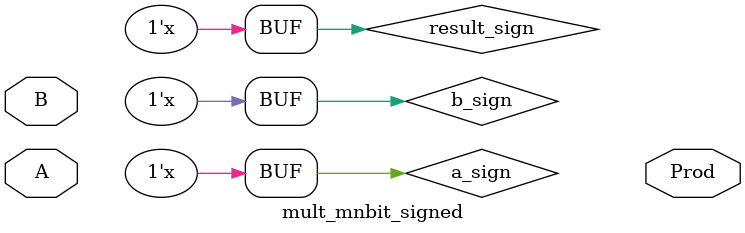
<source format=sv>
module mult_mnbit_signed #(parameter M = 4, parameter N = 4) (
    input  logic signed [M-1:0] A,
    input  logic signed [N-1:0] B,
    output logic signed [M+N-1:0] Prod
);

    // Convert to unsigned for processing
    logic [M-1:0] a_mag, a_abs;
    logic [N-1:0] b_mag, b_abs;
    logic a_sign, b_sign, result_sign;
    
    // Extract signs
    assign a_sign = a[M-1];
    assign b_sign = b[N-1];
    assign result_sign = a_sign ^ b_sign;
    
    // Get absolute values
    assign a_abs = a_sign ? (~a + 1'b1) : a;
    assign b_abs = b_sign ? (~b + 1'b1) : b;
    
    // Unsigned multiplication
    logic [M+N-1:0] unsigned_prod;
    mult_mnbit #(M, N) u_mult_unsigned (
        .A(a_abs),
        .B(b_abs),
        .Prod(unsigned_prod)
    );
    
    // Apply sign to result
    assign product = result_sign ? (~unsigned_prod + 1'b1) : unsigned_prod;
    
endmodule
</source>
